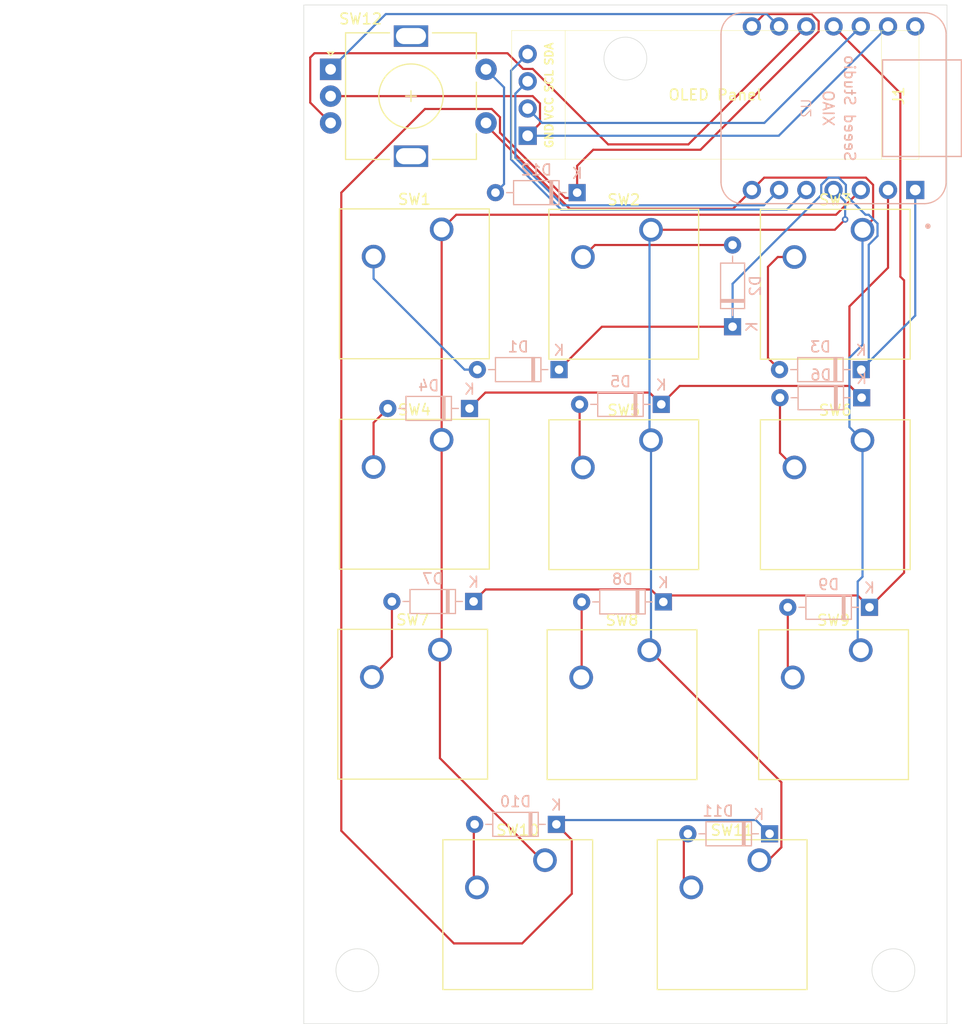
<source format=kicad_pcb>
(kicad_pcb (version 20240108) (generator "pcbnew") (generator_version "8.0")
  (layers (0 "F.Cu" signal) (31 "B.Cu" signal) (34 "B.Paste" user) (35 "F.Paste" user) (36 "B.SilkS" user "B.Silkscreen") (37 "F.SilkS" user "F.Silkscreen") (38 "B.Mask" user) (39 "F.Mask" user) (44 "Edge.Cuts" user))
  (net 0 "")
  (net 1 "Col2")
  (net 2 "Net-(D1-A)")
  (net 3 "Row2")
  (net 4 "Col0")
  (net 5 "Net-(D2-A)")
  (net 6 "Net-(D3-A)")
  (net 7 "Net-(D4-A)")
  (net 8 "Net-(D5-A)")
  (net 9 "Net-(D6-A)")
  (net 10 "Net-(D7-A)")
  (net 11 "Net-(D8-A)")
  (net 12 "Net-(D9-A)")
  (net 13 "Net-(D10-A)")
  (net 14 "Net-(D11-A)")
  (net 15 "SDA")
  (net 16 "SCL")
  (net 17 "+3.3V")
  (net 18 "GND")
  (net 19 "Net-(D12-A)")
  (net 20 "Col1")
  (net 21 "ENC2")
  (net 22 "ENC1")
  (net 23 "+5V")
  (net 24 "Row0")
  (net 25 "Row1")
  (net 26 "Row3")
  (footprint "Button_Switch_Keyboard:SW_Cherry_MX_1.00u_PCB" (layer "F.Cu") (at 171.96 100.16)
    (property "Reference" "SW9" (at -2.54 -2.794 0) (layer "F.SilkS"))
    (property "Value" "SW_Push")
    (fp_line (start -9.525 -1.905) (end 4.445 -1.905) (stroke (width 0.12)) (layer "F.SilkS"))
    (fp_line (start -9.525 12.065) (end -9.525 -1.905) (stroke (width 0.12)) (layer "F.SilkS"))
    (fp_line (start 4.445 -1.905) (end 4.445 12.065) (stroke (width 0.12)) (layer "F.SilkS"))
    (fp_line (start 4.445 12.065) (end -9.525 12.065) (stroke (width 0.12)) (layer "F.SilkS"))
    (pad "" np_thru_hole circle (at -7.62 5.08) (size 1.7 1.7) (drill 1.7) (layers "*.Cu" "*.Mask"))
    (pad "" np_thru_hole circle (at -2.54 5.08) (size 4 4) (drill 4) (layers "*.Cu" "*.Mask"))
    (pad "" np_thru_hole circle (at 2.54 5.08) (size 1.7 1.7) (drill 1.7) (layers "*.Cu" "*.Mask"))
    (pad "1" thru_hole circle (at 0 0) (size 2.2 2.2) (drill 1.5) (layers "*.Cu" "*.Mask") (net 1 "Col2"))
    (pad "2" thru_hole circle (at -6.35 2.54) (size 2.2 2.2) (drill 1.5) (layers "*.Cu" "*.Mask") (net 12 "Net-(D9-A)"))
  )
  (footprint "KiCad-SSD1306-0.91-OLED-4pin-128x32.pretty-master:SSD1306-0.91-OLED-4pin-128x32" (layer "F.Cu") (at 177.385 54.385 180)
    (property "Reference" "J1" (at 1.9 5.91 90) (layer "F.SilkS"))
    (property "Value" "OLED")
    (fp_line (start 38 12) (end 38 0) (stroke (width 0.04)) (layer "F.SilkS"))
    (fp_line (start 38 0) (end 0 0) (stroke (width 0.04)) (layer "F.SilkS"))
    (fp_line (start 33 0) (end 33 12) (stroke (width 0.04)) (layer "F.SilkS"))
    (fp_line (start 3.5 0) (end 3.5 12) (stroke (width 0.04)) (layer "F.SilkS"))
    (fp_line (start 0 12) (end 38 12) (stroke (width 0.04)) (layer "F.SilkS"))
    (fp_line (start 0 0) (end 0 12) (stroke (width 0.04)) (layer "F.SilkS"))
    (fp_text user "SCL" (at 34.5 7.27 90) (layer "F.SilkS") (effects (font (size 0.75 0.75))))
    (fp_text user "VCC" (at 34.5 4.73 90) (layer "F.SilkS") (effects (font (size 0.75 0.75))))
    (fp_text user "GND" (at 34.5 2.19 90) (layer "F.SilkS") (effects (font (size 0.75 0.75))))
    (fp_text user "OLED Panel" (at 19 6 0) (layer "F.SilkS"))
    (fp_text user "SDA" (at 34.5 9.81 90) (layer "F.SilkS") (effects (font (size 0.75 0.75))))
    (pad "1" thru_hole rect (at 36.5 2.19 180) (size 1.7 1.7) (drill 1) (layers "*.Cu" "*.Mask") (net 18 "GND"))
    (pad "2" thru_hole oval (at 36.5 4.73 180) (size 1.7 1.7) (drill 1) (layers "*.Cu" "*.Mask") (net 17 "+3.3V"))
    (pad "3" thru_hole oval (at 36.5 7.27 180) (size 1.7 1.7) (drill 1) (layers "*.Cu" "*.Mask") (net 16 "SCL"))
    (pad "4" thru_hole oval (at 36.5 9.81 180) (size 1.7 1.7) (drill 1) (layers "*.Cu" "*.Mask") (net 15 "SDA"))
  )
  (footprint "Button_Switch_Keyboard:SW_Cherry_MX_1.00u_PCB" (layer "F.Cu") (at 172.12 80.58)
    (property "Reference" "SW6" (at -2.54 -2.794 0) (layer "F.SilkS"))
    (property "Value" "SW_Push")
    (fp_line (start -9.525 -1.905) (end 4.445 -1.905) (stroke (width 0.12)) (layer "F.SilkS"))
    (fp_line (start -9.525 12.065) (end -9.525 -1.905) (stroke (width 0.12)) (layer "F.SilkS"))
    (fp_line (start 4.445 -1.905) (end 4.445 12.065) (stroke (width 0.12)) (layer "F.SilkS"))
    (fp_line (start 4.445 12.065) (end -9.525 12.065) (stroke (width 0.12)) (layer "F.SilkS"))
    (pad "" np_thru_hole circle (at -7.62 5.08) (size 1.7 1.7) (drill 1.7) (layers "*.Cu" "*.Mask"))
    (pad "" np_thru_hole circle (at -2.54 5.08) (size 4 4) (drill 4) (layers "*.Cu" "*.Mask"))
    (pad "" np_thru_hole circle (at 2.54 5.08) (size 1.7 1.7) (drill 1.7) (layers "*.Cu" "*.Mask"))
    (pad "1" thru_hole circle (at 0 0) (size 2.2 2.2) (drill 1.5) (layers "*.Cu" "*.Mask") (net 1 "Col2"))
    (pad "2" thru_hole circle (at -6.35 2.54) (size 2.2 2.2) (drill 1.5) (layers "*.Cu" "*.Mask") (net 9 "Net-(D6-A)"))
  )
  (footprint "Button_Switch_Keyboard:SW_Cherry_MX_1.00u_PCB" (layer "F.Cu") (at 152.39 80.58)
    (property "Reference" "SW5" (at -2.54 -2.794 0) (layer "F.SilkS"))
    (property "Value" "SW_Push")
    (fp_line (start -9.525 -1.905) (end 4.445 -1.905) (stroke (width 0.12)) (layer "F.SilkS"))
    (fp_line (start -9.525 12.065) (end -9.525 -1.905) (stroke (width 0.12)) (layer "F.SilkS"))
    (fp_line (start 4.445 -1.905) (end 4.445 12.065) (stroke (width 0.12)) (layer "F.SilkS"))
    (fp_line (start 4.445 12.065) (end -9.525 12.065) (stroke (width 0.12)) (layer "F.SilkS"))
    (pad "" np_thru_hole circle (at -7.62 5.08) (size 1.7 1.7) (drill 1.7) (layers "*.Cu" "*.Mask"))
    (pad "" np_thru_hole circle (at -2.54 5.08) (size 4 4) (drill 4) (layers "*.Cu" "*.Mask"))
    (pad "" np_thru_hole circle (at 2.54 5.08) (size 1.7 1.7) (drill 1.7) (layers "*.Cu" "*.Mask"))
    (pad "1" thru_hole circle (at 0 0) (size 2.2 2.2) (drill 1.5) (layers "*.Cu" "*.Mask") (net 20 "Col1"))
    (pad "2" thru_hole circle (at -6.35 2.54) (size 2.2 2.2) (drill 1.5) (layers "*.Cu" "*.Mask") (net 8 "Net-(D5-A)"))
  )
  (footprint "Button_Switch_Keyboard:SW_Cherry_MX_1.00u_PCB" (layer "F.Cu") (at 142.5 119.74)
    (property "Reference" "SW10" (at -2.54 -2.794 0) (layer "F.SilkS"))
    (property "Value" "SW_Push")
    (fp_line (start -9.525 -1.905) (end 4.445 -1.905) (stroke (width 0.12)) (layer "F.SilkS"))
    (fp_line (start -9.525 12.065) (end -9.525 -1.905) (stroke (width 0.12)) (layer "F.SilkS"))
    (fp_line (start 4.445 -1.905) (end 4.445 12.065) (stroke (width 0.12)) (layer "F.SilkS"))
    (fp_line (start 4.445 12.065) (end -9.525 12.065) (stroke (width 0.12)) (layer "F.SilkS"))
    (pad "" np_thru_hole circle (at -7.62 5.08) (size 1.7 1.7) (drill 1.7) (layers "*.Cu" "*.Mask"))
    (pad "" np_thru_hole circle (at -2.54 5.08) (size 4 4) (drill 4) (layers "*.Cu" "*.Mask"))
    (pad "" np_thru_hole circle (at 2.54 5.08) (size 1.7 1.7) (drill 1.7) (layers "*.Cu" "*.Mask"))
    (pad "1" thru_hole circle (at 0 0) (size 2.2 2.2) (drill 1.5) (layers "*.Cu" "*.Mask") (net 4 "Col0"))
    (pad "2" thru_hole circle (at -6.35 2.54) (size 2.2 2.2) (drill 1.5) (layers "*.Cu" "*.Mask") (net 13 "Net-(D10-A)"))
  )
  (footprint "Button_Switch_Keyboard:SW_Cherry_MX_1.00u_PCB" (layer "F.Cu") (at 132.86 80.54)
    (property "Reference" "SW4" (at -2.54 -2.794 0) (layer "F.SilkS"))
    (property "Value" "SW_Push")
    (fp_line (start -9.525 -1.905) (end 4.445 -1.905) (stroke (width 0.12)) (layer "F.SilkS"))
    (fp_line (start -9.525 12.065) (end -9.525 -1.905) (stroke (width 0.12)) (layer "F.SilkS"))
    (fp_line (start 4.445 -1.905) (end 4.445 12.065) (stroke (width 0.12)) (layer "F.SilkS"))
    (fp_line (start 4.445 12.065) (end -9.525 12.065) (stroke (width 0.12)) (layer "F.SilkS"))
    (pad "" np_thru_hole circle (at -7.62 5.08) (size 1.7 1.7) (drill 1.7) (layers "*.Cu" "*.Mask"))
    (pad "" np_thru_hole circle (at -2.54 5.08) (size 4 4) (drill 4) (layers "*.Cu" "*.Mask"))
    (pad "" np_thru_hole circle (at 2.54 5.08) (size 1.7 1.7) (drill 1.7) (layers "*.Cu" "*.Mask"))
    (pad "1" thru_hole circle (at 0 0) (size 2.2 2.2) (drill 1.5) (layers "*.Cu" "*.Mask") (net 4 "Col0"))
    (pad "2" thru_hole circle (at -6.35 2.54) (size 2.2 2.2) (drill 1.5) (layers "*.Cu" "*.Mask") (net 7 "Net-(D4-A)"))
  )
  (footprint "Button_Switch_Keyboard:SW_Cherry_MX_1.00u_PCB" (layer "F.Cu") (at 172.12 60.96)
    (property "Reference" "SW3" (at -2.54 -2.794 0) (layer "F.SilkS"))
    (property "Value" "SW_Push")
    (fp_line (start -9.525 -1.905) (end 4.445 -1.905) (stroke (width 0.12)) (layer "F.SilkS"))
    (fp_line (start -9.525 12.065) (end -9.525 -1.905) (stroke (width 0.12)) (layer "F.SilkS"))
    (fp_line (start 4.445 -1.905) (end 4.445 12.065) (stroke (width 0.12)) (layer "F.SilkS"))
    (fp_line (start 4.445 12.065) (end -9.525 12.065) (stroke (width 0.12)) (layer "F.SilkS"))
    (pad "" np_thru_hole circle (at -7.62 5.08) (size 1.7 1.7) (drill 1.7) (layers "*.Cu" "*.Mask"))
    (pad "" np_thru_hole circle (at -2.54 5.08) (size 4 4) (drill 4) (layers "*.Cu" "*.Mask"))
    (pad "" np_thru_hole circle (at 2.54 5.08) (size 1.7 1.7) (drill 1.7) (layers "*.Cu" "*.Mask"))
    (pad "1" thru_hole circle (at 0 0) (size 2.2 2.2) (drill 1.5) (layers "*.Cu" "*.Mask") (net 1 "Col2"))
    (pad "2" thru_hole circle (at -6.35 2.54) (size 2.2 2.2) (drill 1.5) (layers "*.Cu" "*.Mask") (net 6 "Net-(D3-A)"))
  )
  (footprint "Button_Switch_Keyboard:SW_Cherry_MX_1.00u_PCB" (layer "F.Cu") (at 132.86 60.92)
    (property "Reference" "SW1" (at -2.54 -2.794 0) (layer "F.SilkS"))
    (property "Value" "SW_Push")
    (fp_line (start -9.525 -1.905) (end 4.445 -1.905) (stroke (width 0.12)) (layer "F.SilkS"))
    (fp_line (start -9.525 12.065) (end -9.525 -1.905) (stroke (width 0.12)) (layer "F.SilkS"))
    (fp_line (start 4.445 -1.905) (end 4.445 12.065) (stroke (width 0.12)) (layer "F.SilkS"))
    (fp_line (start 4.445 12.065) (end -9.525 12.065) (stroke (width 0.12)) (layer "F.SilkS"))
    (pad "" np_thru_hole circle (at -7.62 5.08) (size 1.7 1.7) (drill 1.7) (layers "*.Cu" "*.Mask"))
    (pad "" np_thru_hole circle (at -2.54 5.08) (size 4 4) (drill 4) (layers "*.Cu" "*.Mask"))
    (pad "" np_thru_hole circle (at 2.54 5.08) (size 1.7 1.7) (drill 1.7) (layers "*.Cu" "*.Mask"))
    (pad "1" thru_hole circle (at 0 0) (size 2.2 2.2) (drill 1.5) (layers "*.Cu" "*.Mask") (net 4 "Col0"))
    (pad "2" thru_hole circle (at -6.35 2.54) (size 2.2 2.2) (drill 1.5) (layers "*.Cu" "*.Mask") (net 2 "Net-(D1-A)"))
  )
  (footprint "Button_Switch_Keyboard:SW_Cherry_MX_1.00u_PCB" (layer "F.Cu") (at 132.7 100.12)
    (property "Reference" "SW7" (at -2.54 -2.794 0) (layer "F.SilkS"))
    (property "Value" "SW_Push")
    (fp_line (start -9.525 -1.905) (end 4.445 -1.905) (stroke (width 0.12)) (layer "F.SilkS"))
    (fp_line (start -9.525 12.065) (end -9.525 -1.905) (stroke (width 0.12)) (layer "F.SilkS"))
    (fp_line (start 4.445 -1.905) (end 4.445 12.065) (stroke (width 0.12)) (layer "F.SilkS"))
    (fp_line (start 4.445 12.065) (end -9.525 12.065) (stroke (width 0.12)) (layer "F.SilkS"))
    (pad "" np_thru_hole circle (at -7.62 5.08) (size 1.7 1.7) (drill 1.7) (layers "*.Cu" "*.Mask"))
    (pad "" np_thru_hole circle (at -2.54 5.08) (size 4 4) (drill 4) (layers "*.Cu" "*.Mask"))
    (pad "" np_thru_hole circle (at 2.54 5.08) (size 1.7 1.7) (drill 1.7) (layers "*.Cu" "*.Mask"))
    (pad "1" thru_hole circle (at 0 0) (size 2.2 2.2) (drill 1.5) (layers "*.Cu" "*.Mask") (net 4 "Col0"))
    (pad "2" thru_hole circle (at -6.35 2.54) (size 2.2 2.2) (drill 1.5) (layers "*.Cu" "*.Mask") (net 10 "Net-(D7-A)"))
  )
  (footprint "Button_Switch_Keyboard:SW_Cherry_MX_1.00u_PCB" (layer "F.Cu") (at 152.39 60.96)
    (property "Reference" "SW2" (at -2.54 -2.794 0) (layer "F.SilkS"))
    (property "Value" "SW_Push")
    (fp_line (start -9.525 -1.905) (end 4.445 -1.905) (stroke (width 0.12)) (layer "F.SilkS"))
    (fp_line (start -9.525 12.065) (end -9.525 -1.905) (stroke (width 0.12)) (layer "F.SilkS"))
    (fp_line (start 4.445 -1.905) (end 4.445 12.065) (stroke (width 0.12)) (layer "F.SilkS"))
    (fp_line (start 4.445 12.065) (end -9.525 12.065) (stroke (width 0.12)) (layer "F.SilkS"))
    (pad "" np_thru_hole circle (at -7.62 5.08) (size 1.7 1.7) (drill 1.7) (layers "*.Cu" "*.Mask"))
    (pad "" np_thru_hole circle (at -2.54 5.08) (size 4 4) (drill 4) (layers "*.Cu" "*.Mask"))
    (pad "" np_thru_hole circle (at 2.54 5.08) (size 1.7 1.7) (drill 1.7) (layers "*.Cu" "*.Mask"))
    (pad "1" thru_hole circle (at 0 0) (size 2.2 2.2) (drill 1.5) (layers "*.Cu" "*.Mask") (net 20 "Col1"))
    (pad "2" thru_hole circle (at -6.35 2.54) (size 2.2 2.2) (drill 1.5) (layers "*.Cu" "*.Mask") (net 5 "Net-(D2-A)"))
  )
  (footprint "Button_Switch_Keyboard:SW_Cherry_MX_1.00u_PCB" (layer "F.Cu") (at 152.23 100.16)
    (property "Reference" "SW8" (at -2.54 -2.794 0) (layer "F.SilkS"))
    (property "Value" "SW_Push")
    (fp_line (start -9.525 -1.905) (end 4.445 -1.905) (stroke (width 0.12)) (layer "F.SilkS"))
    (fp_line (start -9.525 12.065) (end -9.525 -1.905) (stroke (width 0.12)) (layer "F.SilkS"))
    (fp_line (start 4.445 -1.905) (end 4.445 12.065) (stroke (width 0.12)) (layer "F.SilkS"))
    (fp_line (start 4.445 12.065) (end -9.525 12.065) (stroke (width 0.12)) (layer "F.SilkS"))
    (pad "" np_thru_hole circle (at -7.62 5.08) (size 1.7 1.7) (drill 1.7) (layers "*.Cu" "*.Mask"))
    (pad "" np_thru_hole circle (at -2.54 5.08) (size 4 4) (drill 4) (layers "*.Cu" "*.Mask"))
    (pad "" np_thru_hole circle (at 2.54 5.08) (size 1.7 1.7) (drill 1.7) (layers "*.Cu" "*.Mask"))
    (pad "1" thru_hole circle (at 0 0) (size 2.2 2.2) (drill 1.5) (layers "*.Cu" "*.Mask") (net 20 "Col1"))
    (pad "2" thru_hole circle (at -6.35 2.54) (size 2.2 2.2) (drill 1.5) (layers "*.Cu" "*.Mask") (net 11 "Net-(D8-A)"))
  )
  (footprint "Rotary_Encoder:RotaryEncoder_Alps_EC11E-Switch_Vertical_H20mm" (layer "F.Cu") (at 122.5 46)
    (property "Reference" "SW12" (at 2.8 -4.7 0) (layer "F.SilkS"))
    (property "Value" "RotaryEncoder_Switch")
    (fp_line (start -0.3 -1.6) (end 0.3 -1.6) (stroke (width 0.12)) (layer "F.SilkS"))
    (fp_line (start 0 -1.3) (end -0.3 -1.6) (stroke (width 0.12)) (layer "F.SilkS"))
    (fp_line (start 0.3 -1.6) (end 0 -1.3) (stroke (width 0.12)) (layer "F.SilkS"))
    (fp_line (start 1.4 -3.4) (end 1.4 8.4) (stroke (width 0.12)) (layer "F.SilkS"))
    (fp_line (start 5.5 -3.4) (end 1.4 -3.4) (stroke (width 0.12)) (layer "F.SilkS"))
    (fp_line (start 5.5 8.4) (end 1.4 8.4) (stroke (width 0.12)) (layer "F.SilkS"))
    (fp_line (start 7 2.5) (end 8 2.5) (stroke (width 0.12)) (layer "F.SilkS"))
    (fp_line (start 7.5 2) (end 7.5 3) (stroke (width 0.12)) (layer "F.SilkS"))
    (fp_line (start 9.5 -3.4) (end 13.6 -3.4) (stroke (width 0.12)) (layer "F.SilkS"))
    (fp_line (start 13.6 -3.4) (end 13.6 -1) (stroke (width 0.12)) (layer "F.SilkS"))
    (fp_line (start 13.6 1.2) (end 13.6 3.8) (stroke (width 0.12)) (layer "F.SilkS"))
    (fp_line (start 13.6 6) (end 13.6 8.4) (stroke (width 0.12)) (layer "F.SilkS"))
    (fp_line (start 13.6 8.4) (end 9.5 8.4) (stroke (width 0.12)) (layer "F.SilkS"))
    (fp_circle (center 7.5 2.5) (end 10.5 2.5) (stroke (width 0.12)) (fill none) (layer "F.SilkS"))
    (pad "A" thru_hole rect (at 0 0) (size 2 2) (drill 1) (layers "*.Cu" "*.Mask") (net 22 "ENC1"))
    (pad "B" thru_hole circle (at 0 5) (size 2 2) (drill 1) (layers "*.Cu" "*.Mask") (net 21 "ENC2"))
    (pad "C" thru_hole circle (at 0 2.5) (size 2 2) (drill 1) (layers "*.Cu" "*.Mask") (net 18 "GND"))
    (pad "MP" thru_hole rect (at 7.5 -3.1) (size 3.2 2) (drill oval 2.8 1.5) (layers "*.Cu" "*.Mask"))
    (pad "MP" thru_hole rect (at 7.5 8.1) (size 3.2 2) (drill oval 2.8 1.5) (layers "*.Cu" "*.Mask"))
    (pad "S1" thru_hole circle (at 14.5 5) (size 2 2) (drill 1) (layers "*.Cu" "*.Mask") (net 1 "Col2"))
    (pad "S2" thru_hole circle (at 14.5 0) (size 2 2) (drill 1) (layers "*.Cu" "*.Mask") (net 19 "Net-(D12-A)"))
  )
  (footprint "Button_Switch_Keyboard:SW_Cherry_MX_1.00u_PCB" (layer "F.Cu") (at 162.5 119.74)
    (property "Reference" "SW11" (at -2.54 -2.794 0) (layer "F.SilkS"))
    (property "Value" "SW_Push")
    (fp_line (start -9.525 -1.905) (end 4.445 -1.905) (stroke (width 0.12)) (layer "F.SilkS"))
    (fp_line (start -9.525 12.065) (end -9.525 -1.905) (stroke (width 0.12)) (layer "F.SilkS"))
    (fp_line (start 4.445 -1.905) (end 4.445 12.065) (stroke (width 0.12)) (layer "F.SilkS"))
    (fp_line (start 4.445 12.065) (end -9.525 12.065) (stroke (width 0.12)) (layer "F.SilkS"))
    (pad "" np_thru_hole circle (at -7.62 5.08) (size 1.7 1.7) (drill 1.7) (layers "*.Cu" "*.Mask"))
    (pad "" np_thru_hole circle (at -2.54 5.08) (size 4 4) (drill 4) (layers "*.Cu" "*.Mask"))
    (pad "" np_thru_hole circle (at 2.54 5.08) (size 1.7 1.7) (drill 1.7) (layers "*.Cu" "*.Mask"))
    (pad "1" thru_hole circle (at 0 0) (size 2.2 2.2) (drill 1.5) (layers "*.Cu" "*.Mask") (net 20 "Col1"))
    (pad "2" thru_hole circle (at -6.35 2.54) (size 2.2 2.2) (drill 1.5) (layers "*.Cu" "*.Mask") (net 14 "Net-(D11-A)"))
  )
  (footprint "Diode_THT:D_DO-35_SOD27_P7.62mm_Horizontal" (layer "B.Cu") (at 153.54 95.66 180)
    (property "Reference" "D8" (at 3.81 2.12 0) (layer "B.SilkS") (effects (justify mirror)))
    (property "Value" "D")
    (fp_line (start 5.93 1.12) (end 5.93 -1.12) (stroke (width 0.12)) (layer "B.SilkS"))
    (fp_line (start 5.93 0) (end 6.58 0) (stroke (width 0.12)) (layer "B.SilkS"))
    (fp_line (start 5.93 -1.12) (end 1.69 -1.12) (stroke (width 0.12)) (layer "B.SilkS"))
    (fp_line (start 2.53 -1.12) (end 2.53 1.12) (stroke (width 0.12)) (layer "B.SilkS"))
    (fp_line (start 2.41 -1.12) (end 2.41 1.12) (stroke (width 0.12)) (layer "B.SilkS"))
    (fp_line (start 2.29 -1.12) (end 2.29 1.12) (stroke (width 0.12)) (layer "B.SilkS"))
    (fp_line (start 1.69 1.12) (end 5.93 1.12) (stroke (width 0.12)) (layer "B.SilkS"))
    (fp_line (start 1.69 0) (end 1.04 0) (stroke (width 0.12)) (layer "B.SilkS"))
    (fp_line (start 1.69 -1.12) (end 1.69 1.12) (stroke (width 0.12)) (layer "B.SilkS"))
    (fp_text user "K" (at 0 1.8 0) (layer "B.SilkS") (effects (justify mirror)))
    (pad "1" thru_hole rect (at 0 0 180) (size 1.6 1.6) (drill 0.8) (layers "*.Cu" "*.Mask") (net 3 "Row2"))
    (pad "2" thru_hole oval (at 7.62 0 180) (size 1.6 1.6) (drill 0.8) (layers "*.Cu" "*.Mask") (net 11 "Net-(D8-A)"))
  )
  (footprint "Diode_THT:D_DO-35_SOD27_P7.62mm_Horizontal" (layer "B.Cu") (at 172.04 76.62 180)
    (property "Reference" "D6" (at 3.81 2.12 0) (layer "B.SilkS") (effects (justify mirror)))
    (property "Value" "D")
    (fp_line (start 5.93 1.12) (end 5.93 -1.12) (stroke (width 0.12)) (layer "B.SilkS"))
    (fp_line (start 5.93 0) (end 6.58 0) (stroke (width 0.12)) (layer "B.SilkS"))
    (fp_line (start 5.93 -1.12) (end 1.69 -1.12) (stroke (width 0.12)) (layer "B.SilkS"))
    (fp_line (start 2.53 -1.12) (end 2.53 1.12) (stroke (width 0.12)) (layer "B.SilkS"))
    (fp_line (start 2.41 -1.12) (end 2.41 1.12) (stroke (width 0.12)) (layer "B.SilkS"))
    (fp_line (start 2.29 -1.12) (end 2.29 1.12) (stroke (width 0.12)) (layer "B.SilkS"))
    (fp_line (start 1.69 1.12) (end 5.93 1.12) (stroke (width 0.12)) (layer "B.SilkS"))
    (fp_line (start 1.69 0) (end 1.04 0) (stroke (width 0.12)) (layer "B.SilkS"))
    (fp_line (start 1.69 -1.12) (end 1.69 1.12) (stroke (width 0.12)) (layer "B.SilkS"))
    (fp_text user "K" (at 0 1.8 0) (layer "B.SilkS") (effects (justify mirror)))
    (pad "1" thru_hole rect (at 0 0 180) (size 1.6 1.6) (drill 0.8) (layers "*.Cu" "*.Mask") (net 25 "Row1"))
    (pad "2" thru_hole oval (at 7.62 0 180) (size 1.6 1.6) (drill 0.8) (layers "*.Cu" "*.Mask") (net 9 "Net-(D6-A)"))
  )
  (footprint "Diode_THT:D_DO-35_SOD27_P7.62mm_Horizontal" (layer "B.Cu") (at 172 74 180)
    (property "Reference" "D3" (at 3.81 2.12 0) (layer "B.SilkS") (effects (justify mirror)))
    (property "Value" "D")
    (fp_line (start 5.93 1.12) (end 5.93 -1.12) (stroke (width 0.12)) (layer "B.SilkS"))
    (fp_line (start 5.93 0) (end 6.58 0) (stroke (width 0.12)) (layer "B.SilkS"))
    (fp_line (start 5.93 -1.12) (end 1.69 -1.12) (stroke (width 0.12)) (layer "B.SilkS"))
    (fp_line (start 2.53 -1.12) (end 2.53 1.12) (stroke (width 0.12)) (layer "B.SilkS"))
    (fp_line (start 2.41 -1.12) (end 2.41 1.12) (stroke (width 0.12)) (layer "B.SilkS"))
    (fp_line (start 2.29 -1.12) (end 2.29 1.12) (stroke (width 0.12)) (layer "B.SilkS"))
    (fp_line (start 1.69 1.12) (end 5.93 1.12) (stroke (width 0.12)) (layer "B.SilkS"))
    (fp_line (start 1.69 0) (end 1.04 0) (stroke (width 0.12)) (layer "B.SilkS"))
    (fp_line (start 1.69 -1.12) (end 1.69 1.12) (stroke (width 0.12)) (layer "B.SilkS"))
    (fp_text user "K" (at 0 1.8 0) (layer "B.SilkS") (effects (justify mirror)))
    (pad "1" thru_hole rect (at 0 0 180) (size 1.6 1.6) (drill 0.8) (layers "*.Cu" "*.Mask") (net 24 "Row0"))
    (pad "2" thru_hole oval (at 7.62 0 180) (size 1.6 1.6) (drill 0.8) (layers "*.Cu" "*.Mask") (net 6 "Net-(D3-A)"))
  )
  (footprint "Diode_THT:D_DO-35_SOD27_P7.62mm_Horizontal" (layer "B.Cu") (at 160 70 90)
    (property "Reference" "D2" (at 3.81 2.12 90) (layer "B.SilkS") (effects (justify mirror)))
    (property "Value" "D")
    (fp_line (start 5.93 -1.12) (end 1.69 -1.12) (stroke (width 0.12)) (layer "B.SilkS"))
    (fp_line (start 2.53 -1.12) (end 2.53 1.12) (stroke (width 0.12)) (layer "B.SilkS"))
    (fp_line (start 2.41 -1.12) (end 2.41 1.12) (stroke (width 0.12)) (layer "B.SilkS"))
    (fp_line (start 2.29 -1.12) (end 2.29 1.12) (stroke (width 0.12)) (layer "B.SilkS"))
    (fp_line (start 1.69 -1.12) (end 1.69 1.12) (stroke (width 0.12)) (layer "B.SilkS"))
    (fp_line (start 5.93 0) (end 6.58 0) (stroke (width 0.12)) (layer "B.SilkS"))
    (fp_line (start 1.69 0) (end 1.04 0) (stroke (width 0.12)) (layer "B.SilkS"))
    (fp_line (start 5.93 1.12) (end 5.93 -1.12) (stroke (width 0.12)) (layer "B.SilkS"))
    (fp_line (start 1.69 1.12) (end 5.93 1.12) (stroke (width 0.12)) (layer "B.SilkS"))
    (fp_text user "K" (at 0 1.8 90) (layer "B.SilkS") (effects (justify mirror)))
    (pad "1" thru_hole rect (at 0 0 90) (size 1.6 1.6) (drill 0.8) (layers "*.Cu" "*.Mask") (net 24 "Row0"))
    (pad "2" thru_hole oval (at 7.62 0 90) (size 1.6 1.6) (drill 0.8) (layers "*.Cu" "*.Mask") (net 5 "Net-(D2-A)"))
  )
  (footprint "Diode_THT:D_DO-35_SOD27_P7.62mm_Horizontal" (layer "B.Cu") (at 135.84 95.62 180)
    (property "Reference" "D7" (at 3.81 2.12 0) (layer "B.SilkS") (effects (justify mirror)))
    (property "Value" "D")
    (fp_line (start 5.93 1.12) (end 5.93 -1.12) (stroke (width 0.12)) (layer "B.SilkS"))
    (fp_line (start 5.93 0) (end 6.58 0) (stroke (width 0.12)) (layer "B.SilkS"))
    (fp_line (start 5.93 -1.12) (end 1.69 -1.12) (stroke (width 0.12)) (layer "B.SilkS"))
    (fp_line (start 2.53 -1.12) (end 2.53 1.12) (stroke (width 0.12)) (layer "B.SilkS"))
    (fp_line (start 2.41 -1.12) (end 2.41 1.12) (stroke (width 0.12)) (layer "B.SilkS"))
    (fp_line (start 2.29 -1.12) (end 2.29 1.12) (stroke (width 0.12)) (layer "B.SilkS"))
    (fp_line (start 1.69 1.12) (end 5.93 1.12) (stroke (width 0.12)) (layer "B.SilkS"))
    (fp_line (start 1.69 0) (end 1.04 0) (stroke (width 0.12)) (layer "B.SilkS"))
    (fp_line (start 1.69 -1.12) (end 1.69 1.12) (stroke (width 0.12)) (layer "B.SilkS"))
    (fp_text user "K" (at 0 1.8 0) (layer "B.SilkS") (effects (justify mirror)))
    (pad "1" thru_hole rect (at 0 0 180) (size 1.6 1.6) (drill 0.8) (layers "*.Cu" "*.Mask") (net 3 "Row2"))
    (pad "2" thru_hole oval (at 7.62 0 180) (size 1.6 1.6) (drill 0.8) (layers "*.Cu" "*.Mask") (net 10 "Net-(D7-A)"))
  )
  (footprint "Seeed Studio XIAO Series Library:XIAO-Generic-Thruhole-14P-2.54-21X17.8MM" (layer "B.Cu") (at 169.42 49.625 90)
    (property "Reference" "U2" (at 0 -2.54 90) (layer "B.SilkS") (effects (font (size 0.889 0.889) (thickness 0.1016)) (justify mirror)))
    (property "Value" "MOUDLE-SEEEDUINO-XIAO" (hide yes))
    (fp_line (start 6.9 -10.5) (end -6.9 -10.5) (stroke (width 0.127)) (layer "B.SilkS"))
    (fp_line (start -8.9 -8.5) (end -8.9 8.5) (stroke (width 0.127)) (layer "B.SilkS"))
    (fp_line (start 4.5 4.57073) (end 4.5 11.92403) (stroke (width 0.127)) (layer "B.SilkS"))
    (fp_line (start -4.5 4.57073) (end 4.5 4.57073) (stroke (width 0.127)) (layer "B.SilkS"))
    (fp_line (start 8.9 8.5) (end 8.9 -8.5) (stroke (width 0.127)) (layer "B.SilkS"))
    (fp_line (start -6.9 10.49909) (end 6.9 10.49909) (stroke (width 0.127)) (layer "B.SilkS"))
    (fp_line (start 4.5 11.92403) (end -4.5 11.92403) (stroke (width 0.127)) (layer "B.SilkS"))
    (fp_line (start -4.5 11.92403) (end -4.5 4.57073) (stroke (width 0.127)) (layer "B.SilkS"))
    (fp_arc (start 6.9 -10.5) (mid 8.314214 -9.914214) (end 8.9 -8.5) (stroke (width 0.12)) (layer "B.SilkS"))
    (fp_arc (start -8.9 -8.5) (mid -8.301423 -9.901423) (end -6.9 -10.5) (stroke (width 0.12)) (layer "B.SilkS"))
    (fp_arc (start 8.9 8.5) (mid 8.301494 9.901494) (end 6.9 10.5) (stroke (width 0.12)) (layer "B.SilkS"))
    (fp_arc (start -6.9 10.5) (mid -8.301491 9.901491) (end -8.9 8.5) (stroke (width 0.12)) (layer "B.SilkS"))
    (fp_circle (center -11 8.8) (end -11 9.054) (fill solid) (layer "B.SilkS"))
    (fp_poly (pts (xy -8.887715 8.561705) (xy -8.884667 8.610473) (xy -8.880603 8.659494)) (stroke (width 0.0254)) (fill none) (layer "B.SilkS"))
    (fp_poly (pts (xy 8.889492 -8.521574) (xy 8.887713 -8.57085) (xy 8.884665 -8.619618) (xy 8.880601 -8.668639) (xy 8.875268 -8.717407) (xy 8.868664 -8.766175) (xy 8.861044 -8.81469) (xy 8.852153 -8.86295) (xy 8.842248 -8.910955)) (stroke (width 0.0254)) (fill none) (layer "B.SilkS"))
    (fp_text user "Seeed Studio" (at 0 1.5 -90) (layer "B.SilkS") (effects (justify mirror)))
    (fp_text user "XIAO" (at 0 -0.5 -90) (layer "B.SilkS") (effects (justify mirror)))
    (pad "1" thru_hole rect (at -7.625 7.62 90) (size 1.7 1.7) (drill 1) (layers "*.Cu" "*.Mask") (net 24 "Row0"))
    (pad "2" thru_hole circle (at -7.625 5.08 90) (size 1.7 1.7) (drill 1) (layers "*.Cu" "*.Mask") (net 25 "Row1"))
    (pad "3" thru_hole circle (at -7.625 2.54 90) (size 1.7 1.7) (drill 1) (layers "*.Cu" "*.Mask") (net 4 "Col0"))
    (pad "4" thru_hole circle (at -7.625 0 90) (size 1.7 1.7) (drill 1) (layers "*.Cu" "*.Mask") (net 20 "Col1"))
    (pad "5" thru_hole circle (at -7.625 -2.54 90) (size 1.7 1.7) (drill 1) (layers "*.Cu" "*.Mask") (net 15 "SDA"))
    (pad "6" thru_hole circle (at -7.625 -5.08 270) (size 1.7 1.7) (drill 1) (layers "*.Cu" "*.Mask") (net 16 "SCL"))
    (pad "7" thru_hole circle (at -7.625 -7.62 90) (size 1.7 1.7) (drill 1) (layers "*.Cu" "*.Mask") (net 1 "Col2"))
    (pad "8" thru_hole circle (at 7.625 -7.62 90) (size 1.7 1.7) (drill 1) (layers "*.Cu" "*.Mask") (net 26 "Row3"))
    (pad "9" thru_hole circle (at 7.625 -5.08 90) (size 1.7 1.7) (drill 1) (layers "*.Cu" "*.Mask") (net 22 "ENC1"))
    (pad "10" thru_hole circle (at 7.625 -2.54 90) (size 1.7 1.7) (drill 1) (layers "*.Cu" "*.Mask") (net 21 "ENC2"))
    (pad "11" thru_hole circle (at 7.625 0 90) (size 1.7 1.7) (drill 1) (layers "*.Cu" "*.Mask") (net 3 "Row2"))
    (pad "12" thru_hole circle (at 7.625 2.54 90) (size 1.7 1.7) (drill 1) (layers "*.Cu" "*.Mask") (net 17 "+3.3V"))
    (pad "13" thru_hole circle (at 7.625 5.08 90) (size 1.7 1.7) (drill 1) (layers "*.Cu" "*.Mask") (net 18 "GND"))
    (pad "14" thru_hole circle (at 7.625 7.62 90) (size 1.7 1.7) (drill 1) (layers "*.Cu" "*.Mask") (net 23 "+5V"))
  )
  (footprint "Diode_THT:D_DO-35_SOD27_P7.62mm_Horizontal" (layer "B.Cu") (at 143.56 116.4 180)
    (property "Reference" "D10" (at 3.81 2.12 0) (layer "B.SilkS") (effects (justify mirror)))
    (property "Value" "D")
    (fp_line (start 5.93 1.12) (end 5.93 -1.12) (stroke (width 0.12)) (layer "B.SilkS"))
    (fp_line (start 5.93 0) (end 6.58 0) (stroke (width 0.12)) (layer "B.SilkS"))
    (fp_line (start 5.93 -1.12) (end 1.69 -1.12) (stroke (width 0.12)) (layer "B.SilkS"))
    (fp_line (start 2.53 -1.12) (end 2.53 1.12) (stroke (width 0.12)) (layer "B.SilkS"))
    (fp_line (start 2.41 -1.12) (end 2.41 1.12) (stroke (width 0.12)) (layer "B.SilkS"))
    (fp_line (start 2.29 -1.12) (end 2.29 1.12) (stroke (width 0.12)) (layer "B.SilkS"))
    (fp_line (start 1.69 1.12) (end 5.93 1.12) (stroke (width 0.12)) (layer "B.SilkS"))
    (fp_line (start 1.69 0) (end 1.04 0) (stroke (width 0.12)) (layer "B.SilkS"))
    (fp_line (start 1.69 -1.12) (end 1.69 1.12) (stroke (width 0.12)) (layer "B.SilkS"))
    (fp_text user "K" (at 0 1.8 0) (layer "B.SilkS") (effects (justify mirror)))
    (pad "1" thru_hole rect (at 0 0 180) (size 1.6 1.6) (drill 0.8) (layers "*.Cu" "*.Mask") (net 26 "Row3"))
    (pad "2" thru_hole oval (at 7.62 0 180) (size 1.6 1.6) (drill 0.8) (layers "*.Cu" "*.Mask") (net 13 "Net-(D10-A)"))
  )
  (footprint "Diode_THT:D_DO-35_SOD27_P7.62mm_Horizontal" (layer "B.Cu") (at 143.81 74 180)
    (property "Reference" "D1" (at 3.81 2.12 0) (layer "B.SilkS") (effects (justify mirror)))
    (property "Value" "D")
    (fp_line (start 5.93 1.12) (end 5.93 -1.12) (stroke (width 0.12)) (layer "B.SilkS"))
    (fp_line (start 5.93 0) (end 6.58 0) (stroke (width 0.12)) (layer "B.SilkS"))
    (fp_line (start 5.93 -1.12) (end 1.69 -1.12) (stroke (width 0.12)) (layer "B.SilkS"))
    (fp_line (start 2.53 -1.12) (end 2.53 1.12) (stroke (width 0.12)) (layer "B.SilkS"))
    (fp_line (start 2.41 -1.12) (end 2.41 1.12) (stroke (width 0.12)) (layer "B.SilkS"))
    (fp_line (start 2.29 -1.12) (end 2.29 1.12) (stroke (width 0.12)) (layer "B.SilkS"))
    (fp_line (start 1.69 1.12) (end 5.93 1.12) (stroke (width 0.12)) (layer "B.SilkS"))
    (fp_line (start 1.69 0) (end 1.04 0) (stroke (width 0.12)) (layer "B.SilkS"))
    (fp_line (start 1.69 -1.12) (end 1.69 1.12) (stroke (width 0.12)) (layer "B.SilkS"))
    (fp_text user "K" (at 0 1.8 0) (layer "B.SilkS") (effects (justify mirror)))
    (pad "1" thru_hole rect (at 0 0 180) (size 1.6 1.6) (drill 0.8) (layers "*.Cu" "*.Mask") (net 24 "Row0"))
    (pad "2" thru_hole oval (at 7.62 0 180) (size 1.6 1.6) (drill 0.8) (layers "*.Cu" "*.Mask") (net 2 "Net-(D1-A)"))
  )
  (footprint "Diode_THT:D_DO-35_SOD27_P7.62mm_Horizontal" (layer "B.Cu") (at 153.35 77.24 180)
    (property "Reference" "D5" (at 3.81 2.12 0) (layer "B.SilkS") (effects (justify mirror)))
    (property "Value" "D")
    (fp_line (start 5.93 1.12) (end 5.93 -1.12) (stroke (width 0.12)) (layer "B.SilkS"))
    (fp_line (start 5.93 0) (end 6.58 0) (stroke (width 0.12)) (layer "B.SilkS"))
    (fp_line (start 5.93 -1.12) (end 1.69 -1.12) (stroke (width 0.12)) (layer "B.SilkS"))
    (fp_line (start 2.53 -1.12) (end 2.53 1.12) (stroke (width 0.12)) (layer "B.SilkS"))
    (fp_line (start 2.41 -1.12) (end 2.41 1.12) (stroke (width 0.12)) (layer "B.SilkS"))
    (fp_line (start 2.29 -1.12) (end 2.29 1.12) (stroke (width 0.12)) (layer "B.SilkS"))
    (fp_line (start 1.69 1.12) (end 5.93 1.12) (stroke (width 0.12)) (layer "B.SilkS"))
    (fp_line (start 1.69 0) (end 1.04 0) (stroke (width 0.12)) (layer "B.SilkS"))
    (fp_line (start 1.69 -1.12) (end 1.69 1.12) (stroke (width 0.12)) (layer "B.SilkS"))
    (fp_text user "K" (at 0 1.8 0) (layer "B.SilkS") (effects (justify mirror)))
    (pad "1" thru_hole rect (at 0 0 180) (size 1.6 1.6) (drill 0.8) (layers "*.Cu" "*.Mask") (net 25 "Row1"))
    (pad "2" thru_hole oval (at 7.62 0 180) (size 1.6 1.6) (drill 0.8) (layers "*.Cu" "*.Mask") (net 8 "Net-(D5-A)"))
  )
  (footprint "Diode_THT:D_DO-35_SOD27_P7.62mm_Horizontal" (layer "B.Cu") (at 163.45 117.28 180)
    (property "Reference" "D11" (at 4.81 2.12 0) (layer "B.SilkS") (effects (justify mirror)))
    (property "Value" "D")
    (fp_line (start 5.93 1.12) (end 5.93 -1.12) (stroke (width 0.12)) (layer "B.SilkS"))
    (fp_line (start 5.93 0) (end 6.58 0) (stroke (width 0.12)) (layer "B.SilkS"))
    (fp_line (start 5.93 -1.12) (end 1.69 -1.12) (stroke (width 0.12)) (layer "B.SilkS"))
    (fp_line (start 2.53 -1.12) (end 2.53 1.12) (stroke (width 0.12)) (layer "B.SilkS"))
    (fp_line (start 2.41 -1.12) (end 2.41 1.12) (stroke (width 0.12)) (layer "B.SilkS"))
    (fp_line (start 2.29 -1.12) (end 2.29 1.12) (stroke (width 0.12)) (layer "B.SilkS"))
    (fp_line (start 1.69 1.12) (end 5.93 1.12) (stroke (width 0.12)) (layer "B.SilkS"))
    (fp_line (start 1.69 0) (end 1.04 0) (stroke (width 0.12)) (layer "B.SilkS"))
    (fp_line (start 1.69 -1.12) (end 1.69 1.12) (stroke (width 0.12)) (layer "B.SilkS"))
    (fp_text user "K" (at 1 1.8 0) (layer "B.SilkS") (effects (justify mirror)))
    (pad "1" thru_hole rect (at 0 0 180) (size 1.6 1.6) (drill 0.8) (layers "*.Cu" "*.Mask") (net 26 "Row3"))
    (pad "2" thru_hole oval (at 7.62 0 180) (size 1.6 1.6) (drill 0.8) (layers "*.Cu" "*.Mask") (net 14 "Net-(D11-A)"))
  )
  (footprint "Diode_THT:D_DO-35_SOD27_P7.62mm_Horizontal" (layer "B.Cu") (at 145.5 57.5 180)
    (property "Reference" "D12" (at 3.81 2.12 0) (layer "B.SilkS") (effects (justify mirror)))
    (property "Value" "D")
    (fp_line (start 5.93 1.12) (end 5.93 -1.12) (stroke (width 0.12)) (layer "B.SilkS"))
    (fp_line (start 5.93 0) (end 6.58 0) (stroke (width 0.12)) (layer "B.SilkS"))
    (fp_line (start 5.93 -1.12) (end 1.69 -1.12) (stroke (width 0.12)) (layer "B.SilkS"))
    (fp_line (start 2.53 -1.12) (end 2.53 1.12) (stroke (width 0.12)) (layer "B.SilkS"))
    (fp_line (start 2.41 -1.12) (end 2.41 1.12) (stroke (width 0.12)) (layer "B.SilkS"))
    (fp_line (start 2.29 -1.12) (end 2.29 1.12) (stroke (width 0.12)) (layer "B.SilkS"))
    (fp_line (start 1.69 1.12) (end 5.93 1.12) (stroke (width 0.12)) (layer "B.SilkS"))
    (fp_line (start 1.69 0) (end 1.04 0) (stroke (width 0.12)) (layer "B.SilkS"))
    (fp_line (start 1.69 -1.12) (end 1.69 1.12) (stroke (width 0.12)) (layer "B.SilkS"))
    (fp_text user "K" (at 0 1.8 0) (layer "B.SilkS") (effects (justify mirror)))
    (pad "1" thru_hole rect (at 0 0 180) (size 1.6 1.6) (drill 0.8) (layers "*.Cu" "*.Mask") (net 26 "Row3"))
    (pad "2" thru_hole oval (at 7.62 0 180) (size 1.6 1.6) (drill 0.8) (layers "*.Cu" "*.Mask") (net 19 "Net-(D12-A)"))
  )
  (footprint "Diode_THT:D_DO-35_SOD27_P7.62mm_Horizontal" (layer "B.Cu") (at 172.77 96.16 180)
    (property "Reference" "D9" (at 3.81 2.12 0) (layer "B.SilkS") (effects (justify mirror)))
    (property "Value" "D")
    (fp_line (start 5.93 1.12) (end 5.93 -1.12) (stroke (width 0.12)) (layer "B.SilkS"))
    (fp_line (start 5.93 0) (end 6.58 0) (stroke (width 0.12)) (layer "B.SilkS"))
    (fp_line (start 5.93 -1.12) (end 1.69 -1.12) (stroke (width 0.12)) (layer "B.SilkS"))
    (fp_line (start 2.53 -1.12) (end 2.53 1.12) (stroke (width 0.12)) (layer "B.SilkS"))
    (fp_line (start 2.41 -1.12) (end 2.41 1.12) (stroke (width 0.12)) (layer "B.SilkS"))
    (fp_line (start 2.29 -1.12) (end 2.29 1.12) (stroke (width 0.12)) (layer "B.SilkS"))
    (fp_line (start 1.69 1.12) (end 5.93 1.12) (stroke (width 0.12)) (layer "B.SilkS"))
    (fp_line (start 1.69 0) (end 1.04 0) (stroke (width 0.12)) (layer "B.SilkS"))
    (fp_line (start 1.69 -1.12) (end 1.69 1.12) (stroke (width 0.12)) (layer "B.SilkS"))
    (fp_text user "K" (at 0 1.8 0) (layer "B.SilkS") (effects (justify mirror)))
    (pad "1" thru_hole rect (at 0 0 180) (size 1.6 1.6) (drill 0.8) (layers "*.Cu" "*.Mask") (net 3 "Row2"))
    (pad "2" thru_hole oval (at 7.62 0 180) (size 1.6 1.6) (drill 0.8) (layers "*.Cu" "*.Mask") (net 12 "Net-(D9-A)"))
  )
  (footprint "Diode_THT:D_DO-35_SOD27_P7.62mm_Horizontal" (layer "B.Cu") (at 135.46 77.62 180)
    (property "Reference" "D4" (at 3.81 2.12 0) (layer "B.SilkS") (effects (justify mirror)))
    (property "Value" "D")
    (fp_line (start 5.93 1.12) (end 5.93 -1.12) (stroke (width 0.12)) (layer "B.SilkS"))
    (fp_line (start 5.93 0) (end 6.58 0) (stroke (width 0.12)) (layer "B.SilkS"))
    (fp_line (start 5.93 -1.12) (end 1.69 -1.12) (stroke (width 0.12)) (layer "B.SilkS"))
    (fp_line (start 2.53 -1.12) (end 2.53 1.12) (stroke (width 0.12)) (layer "B.SilkS"))
    (fp_line (start 2.41 -1.12) (end 2.41 1.12) (stroke (width 0.12)) (layer "B.SilkS"))
    (fp_line (start 2.29 -1.12) (end 2.29 1.12) (stroke (width 0.12)) (layer "B.SilkS"))
    (fp_line (start 1.69 1.12) (end 5.93 1.12) (stroke (width 0.12)) (layer "B.SilkS"))
    (fp_line (start 1.69 0) (end 1.04 0) (stroke (width 0.12)) (layer "B.SilkS"))
    (fp_line (start 1.69 -1.12) (end 1.69 1.12) (stroke (width 0.12)) (layer "B.SilkS"))
    (fp_text user "K" (at 0 1.8 0) (layer "B.SilkS") (effects (justify mirror)))
    (pad "1" thru_hole rect (at 0 0 180) (size 1.6 1.6) (drill 0.8) (layers "*.Cu" "*.Mask") (net 25 "Row1"))
    (pad "2" thru_hole oval (at 7.62 0 180) (size 1.6 1.6) (drill 0.8) (layers "*.Cu" "*.Mask") (net 7 "Net-(D4-A)"))
  )
  (gr_circle (center 125 130) (end 127 130) (stroke (width 0.05)) (fill none) (layer "Edge.Cuts"))
  (gr_rect (start 120 40) (end 180 135) (stroke (width 0.05)) (fill none) (layer "Edge.Cuts"))
  (gr_circle (center 150 45) (end 152 45) (stroke (width 0.05)) (fill none) (layer "Edge.Cuts"))
  (gr_circle (center 175 130) (end 177 130) (stroke (width 0.05)) (fill none) (layer "Edge.Cuts"))
  (segment (start 173.11 59.97) (end 172.12 60.96) (width 0.2) (layer "F.Cu") (net 1))
  (segment (start 137 51.2) (end 144.8 59) (width 0.2) (layer "F.Cu") (net 1))
  (segment (start 137 51) (end 137 51.2) (width 0.2) (layer "F.Cu") (net 1))
  (segment (start 172.436346 56.1) (end 173.11 56.773654) (width 0.2) (layer "F.Cu") (net 1))
  (segment (start 144.8 59) (end 160.05 59) (width 0.2) (layer "F.Cu") (net 1))
  (segment (start 173.11 56.773654) (end 173.11 59.97) (width 0.2) (layer "F.Cu") (net 1))
  (segment (start 161.8 57.25) (end 162.95 56.1) (width 0.2) (layer "F.Cu") (net 1))
  (segment (start 160.05 59) (end 161.8 57.25) (width 0.2) (layer "F.Cu") (net 1))
  (segment (start 162.95 56.1) (end 172.436346 56.1) (width 0.2) (layer "F.Cu") (net 1))
  (segment (start 172.12 60.96) (end 172.12 71.68) (width 0.2) (layer "B.Cu") (net 1))
  (segment (start 170.9 72.9) (end 170.9 79.36) (width 0.2) (layer "B.Cu") (net 1))
  (segment (start 170.9 79.36) (end 172.12 80.58) (width 0.2) (layer "B.Cu") (net 1))
  (segment (start 171.67 99.87) (end 171.96 100.16) (width 0.2) (layer "B.Cu") (net 1))
  (segment (start 172.12 93.31) (end 171.67 93.76) (width 0.2) (layer "B.Cu") (net 1))
  (segment (start 171.67 93.76) (end 171.67 99.87) (width 0.2) (layer "B.Cu") (net 1))
  (segment (start 172.12 71.68) (end 170.9 72.9) (width 0.2) (layer "B.Cu") (net 1))
  (segment (start 172.12 80.58) (end 172.12 93.31) (width 0.2) (layer "B.Cu") (net 1))
  (segment (start 126.51 65.513402) (end 134.996598 74) (width 0.2) (layer "B.Cu") (net 2))
  (segment (start 126.51 63.46) (end 126.51 65.513402) (width 0.2) (layer "B.Cu") (net 2))
  (segment (start 134.996598 74) (end 136.19 74) (width 0.2) (layer "B.Cu") (net 2))
  (segment (start 175.65 48.23) (end 175.65 65.332944) (width 0.2) (layer "F.Cu") (net 3))
  (segment (start 152.38 94.5) (end 136.96 94.5) (width 0.2) (layer "F.Cu") (net 3))
  (segment (start 136.96 94.5) (end 135.84 95.62) (width 0.2) (layer "F.Cu") (net 3))
  (segment (start 169.42 42) (end 175.65 48.23) (width 0.2) (layer "F.Cu") (net 3))
  (segment (start 175.65 65.332944) (end 176 65.682944) (width 0.2) (layer "F.Cu") (net 3))
  (segment (start 171.67 95.06) (end 154.14 95.06) (width 0.2) (layer "F.Cu") (net 3))
  (segment (start 172.77 96.16) (end 171.67 95.06) (width 0.2) (layer "F.Cu") (net 3))
  (segment (start 154.14 95.06) (end 153.54 95.66) (width 0.2) (layer "F.Cu") (net 3))
  (segment (start 176 92.93) (end 172.77 96.16) (width 0.2) (layer "F.Cu") (net 3))
  (segment (start 176 65.682944) (end 176 92.93) (width 0.2) (layer "F.Cu") (net 3))
  (segment (start 153.54 95.66) (end 152.38 94.5) (width 0.2) (layer "F.Cu") (net 3))
  (segment (start 132.7 100.12) (end 132.7 110.23) (width 0.2) (layer "F.Cu") (net 4))
  (segment (start 132.86 60.92) (end 134.22 59.56) (width 0.2) (layer "F.Cu") (net 4))
  (segment (start 132.86 80.54) (end 132.86 99.96) (width 0.2) (layer "F.Cu") (net 4))
  (segment (start 132.7 110.23) (end 142.21 119.74) (width 0.2) (layer "F.Cu") (net 4))
  (segment (start 169.65 59.56) (end 171.96 57.25) (width 0.2) (layer "F.Cu") (net 4))
  (segment (start 132.86 99.96) (end 132.7 100.12) (width 0.2) (layer "F.Cu") (net 4))
  (segment (start 132.86 60.92) (end 132.86 80.54) (width 0.2) (layer "F.Cu") (net 4))
  (segment (start 134.22 59.56) (end 169.65 59.56) (width 0.2) (layer "F.Cu") (net 4))
  (segment (start 147.16 62.38) (end 146.04 63.5) (width 0.2) (layer "F.Cu") (net 5))
  (segment (start 160 62.38) (end 147.16 62.38) (width 0.2) (layer "F.Cu") (net 5))
  (segment (start 164.38 74) (end 163.3 72.92) (width 0.2) (layer "F.Cu") (net 6))
  (segment (start 163.3 64.414366) (end 164.214366 63.5) (width 0.2) (layer "F.Cu") (net 6))
  (segment (start 164.214366 63.5) (end 165.77 63.5) (width 0.2) (layer "F.Cu") (net 6))
  (segment (start 163.3 72.92) (end 163.3 64.414366) (width 0.2) (layer "F.Cu") (net 6))
  (segment (start 126.51 83.08) (end 126.51 78.95) (width 0.2) (layer "F.Cu") (net 7))
  (segment (start 126.51 78.95) (end 127.84 77.62) (width 0.2) (layer "F.Cu") (net 7))
  (segment (start 145.73 82.81) (end 146.04 83.12) (width 0.2) (layer "F.Cu") (net 8))
  (segment (start 145.73 77.24) (end 145.73 82.81) (width 0.2) (layer "F.Cu") (net 8))
  (segment (start 164.42 76.62) (end 164.42 81.77) (width 0.2) (layer "F.Cu") (net 9))
  (segment (start 164.42 81.77) (end 165.77 83.12) (width 0.2) (layer "F.Cu") (net 9))
  (segment (start 128.22 100.79) (end 126.35 102.66) (width 0.2) (layer "F.Cu") (net 10))
  (segment (start 128.22 95.62) (end 128.22 100.79) (width 0.2) (layer "F.Cu") (net 10))
  (segment (start 145.92 95.66) (end 145.92 102.66) (width 0.2) (layer "F.Cu") (net 11))
  (segment (start 145.92 102.66) (end 145.88 102.7) (width 0.2) (layer "F.Cu") (net 11))
  (segment (start 165.15 96.16) (end 165.15 102.24) (width 0.2) (layer "F.Cu") (net 12))
  (segment (start 165.15 102.24) (end 165.61 102.7) (width 0.2) (layer "F.Cu") (net 12))
  (segment (start 135.86 116.48) (end 135.94 116.4) (width 0.2) (layer "F.Cu") (net 13))
  (segment (start 135.86 122.28) (end 135.86 116.48) (width 0.2) (layer "F.Cu") (net 13))
  (segment (start 155.45 122.28) (end 155.45 117.66) (width 0.2) (layer "F.Cu") (net 14))
  (segment (start 155.45 117.66) (end 155.83 117.28) (width 0.2) (layer "F.Cu") (net 14))
  (segment (start 165.05 59.08) (end 144.014314 59.08) (width 0.2) (layer "B.Cu") (net 15))
  (segment (start 144.014314 59.08) (end 139.335 54.400686) (width 0.2) (layer "B.Cu") (net 15))
  (segment (start 139.335 54.400686) (end 139.335 46.125) (width 0.2) (layer "B.Cu") (net 15))
  (segment (start 139.335 46.125) (end 140.885 44.575) (width 0.2) (layer "B.Cu") (net 15))
  (segment (start 166.88 57.25) (end 165.05 59.08) (width 0.2) (layer "B.Cu") (net 15))
  (segment (start 162.91 58.68) (end 144.18 58.68) (width 0.2) (layer "B.Cu") (net 16))
  (segment (start 164.34 57.25) (end 162.91 58.68) (width 0.2) (layer "B.Cu") (net 16))
  (segment (start 139.735 54.235) (end 139.735 48.265) (width 0.2) (layer "B.Cu") (net 16))
  (segment (start 139.735 48.265) (end 140.885 47.115) (width 0.2) (layer "B.Cu") (net 16))
  (segment (start 144.18 58.68) (end 139.735 54.235) (width 0.2) (layer "B.Cu") (net 16))
  (segment (start 140.885 49.655) (end 142.23 51) (width 0.2) (layer "B.Cu") (net 17))
  (segment (start 142.23 51) (end 162.96 51) (width 0.2) (layer "B.Cu") (net 17))
  (segment (start 162.96 51) (end 171.96 42) (width 0.2) (layer "B.Cu") (net 17))
  (segment (start 142.035 51.045) (end 140.885 52.195) (width 0.2) (layer "F.Cu") (net 18))
  (segment (start 141.356346 48.5) (end 142.035 49.178654) (width 0.2) (layer "F.Cu") (net 18))
  (segment (start 122.5 48.5) (end 141.356346 48.5) (width 0.2) (layer "F.Cu") (net 18))
  (segment (start 142.035 49.178654) (end 142.035 51.045) (width 0.2) (layer "F.Cu") (net 18))
  (segment (start 164.305 52.195) (end 140.885 52.195) (width 0.2) (layer "B.Cu") (net 18))
  (segment (start 174.5 42) (end 164.305 52.195) (width 0.2) (layer "B.Cu") (net 18))
  (segment (start 137 46) (end 138.679999 47.679999) (width 0.2) (layer "B.Cu") (net 19))
  (segment (start 138.679999 56.700001) (end 137.88 57.5) (width 0.2) (layer "B.Cu") (net 19))
  (segment (start 138.679999 47.679999) (end 138.679999 56.700001) (width 0.2) (layer "B.Cu") (net 19))
  (segment (start 152.39 60.96) (end 169.54 60.96) (width 0.2) (layer "F.Cu") (net 20))
  (segment (start 164.55 118.545634) (end 163.355634 119.74) (width 0.2) (layer "F.Cu") (net 20))
  (segment (start 164.55 112.48) (end 164.55 118.545634) (width 0.2) (layer "F.Cu") (net 20))
  (segment (start 169.54 60.96) (end 170.5 60) (width 0.2) (layer "F.Cu") (net 20))
  (segment (start 163.355634 119.74) (end 161.8 119.74) (width 0.2) (layer "F.Cu") (net 20))
  (segment (start 152.23 100.16) (end 164.55 112.48) (width 0.2) (layer "F.Cu") (net 20))
  (via (at 170.5 60) (size 0.6) (drill 0.3) (layers "F.Cu" "B.Cu") (net 20))
  (segment (start 152.39 60.96) (end 152.25 61.1) (width 0.2) (layer "B.Cu") (net 20))
  (segment (start 170.5 60) (end 170.5 58.33) (width 0.2) (layer "B.Cu") (net 20))
  (segment (start 152.39 100) (end 152.23 100.16) (width 0.2) (layer "B.Cu") (net 20))
  (segment (start 170.5 58.33) (end 169.42 57.25) (width 0.2) (layer "B.Cu") (net 20))
  (segment (start 152.39 80.58) (end 152.39 100) (width 0.2) (layer "B.Cu") (net 20))
  (segment (start 152.25 80.44) (end 152.39 80.58) (width 0.2) (layer "B.Cu") (net 20))
  (segment (start 152.25 61.1) (end 152.25 80.44) (width 0.2) (layer "B.Cu") (net 20))
  (segment (start 141.361346 45.965) (end 148.396346 53) (width 0.2) (layer "F.Cu") (net 21))
  (segment (start 121 44.5) (end 139 44.5) (width 0.2) (layer "F.Cu") (net 21))
  (segment (start 120.6 44.9) (end 121 44.5) (width 0.2) (layer "F.Cu") (net 21))
  (segment (start 140.465 45.965) (end 141.361346 45.965) (width 0.2) (layer "F.Cu") (net 21))
  (segment (start 120.6 49.1) (end 120.6 44.9) (width 0.2) (layer "F.Cu") (net 21))
  (segment (start 148.396346 53) (end 155.88 53) (width 0.2) (layer "F.Cu") (net 21))
  (segment (start 155.88 53) (end 166.88 42) (width 0.2) (layer "F.Cu") (net 21))
  (segment (start 139 44.5) (end 140.465 45.965) (width 0.2) (layer "F.Cu") (net 21))
  (segment (start 122.5 51) (end 120.6 49.1) (width 0.2) (layer "F.Cu") (net 21))
  (segment (start 122.5 46) (end 127.65 40.85) (width 0.2) (layer "B.Cu") (net 22))
  (segment (start 163.19 40.85) (end 164.34 42) (width 0.2) (layer "B.Cu") (net 22))
  (segment (start 127.65 40.85) (end 163.19 40.85) (width 0.2) (layer "B.Cu") (net 22))
  (segment (start 160 70) (end 147.81 70) (width 0.2) (layer "F.Cu") (net 24))
  (segment (start 147.81 70) (end 143.81 74) (width 0.2) (layer "F.Cu") (net 24))
  (segment (start 168.27 56.773654) (end 168.943654 56.1) (width 0.2) (layer "B.Cu") (net 24))
  (segment (start 168.27 57.726346) (end 168.27 56.773654) (width 0.2) (layer "B.Cu") (net 24))
  (segment (start 160 70) (end 160 65.996346) (width 0.2) (layer "B.Cu") (net 24))
  (segment (start 170.57 56.773654) (end 170.57 57.726346) (width 0.2) (layer "B.Cu") (net 24))
  (segment (start 168.943654 56.1) (end 169.896346 56.1) (width 0.2) (layer "B.Cu") (net 24))
  (segment (start 160 65.996346) (end 168.27 57.726346) (width 0.2) (layer "B.Cu") (net 24))
  (segment (start 173.52 61.539899) (end 172.699899 62.36) (width 0.2) (layer "B.Cu") (net 24))
  (segment (start 172.403654 59.56) (end 172.699899 59.56) (width 0.2) (layer "B.Cu") (net 24))
  (segment (start 172 74) (end 177.04 68.96) (width 0.2) (layer "B.Cu") (net 24))
  (segment (start 169.896346 56.1) (end 170.57 56.773654) (width 0.2) (layer "B.Cu") (net 24))
  (segment (start 172.699899 59.56) (end 173.52 60.380101) (width 0.2) (layer "B.Cu") (net 24))
  (segment (start 172.699899 62.36) (end 172.699899 73.300101) (width 0.2) (layer "B.Cu") (net 24))
  (segment (start 177.04 68.96) (end 177.04 57.25) (width 0.2) (layer "B.Cu") (net 24))
  (segment (start 173.52 60.380101) (end 173.52 61.539899) (width 0.2) (layer "B.Cu") (net 24))
  (segment (start 170.57 57.726346) (end 172.403654 59.56) (width 0.2) (layer "B.Cu") (net 24))
  (segment (start 172.699899 73.300101) (end 172 74) (width 0.2) (layer "B.Cu") (net 24))
  (segment (start 135.46 77.62) (end 136.94 76.14) (width 0.2) (layer "F.Cu") (net 25))
  (segment (start 155.07 75.52) (end 170.94 75.52) (width 0.2) (layer "F.Cu") (net 25))
  (segment (start 170.94 75.52) (end 172.04 76.62) (width 0.2) (layer "F.Cu") (net 25))
  (segment (start 170.9 68.102944) (end 170.9 75.48) (width 0.2) (layer "F.Cu") (net 25))
  (segment (start 174.5 57.25) (end 174.5 64.502944) (width 0.2) (layer "F.Cu") (net 25))
  (segment (start 136.94 76.14) (end 152.25 76.14) (width 0.2) (layer "F.Cu") (net 25))
  (segment (start 153.35 77.24) (end 155.07 75.52) (width 0.2) (layer "F.Cu") (net 25))
  (segment (start 152.25 76.14) (end 153.35 77.24) (width 0.2) (layer "F.Cu") (net 25))
  (segment (start 174.5 64.502944) (end 170.9 68.102944) (width 0.2) (layer "F.Cu") (net 25))
  (segment (start 170.9 75.48) (end 172.04 76.62) (width 0.2) (layer "F.Cu") (net 25))
  (segment (start 144.39 58) (end 138.3 51.91) (width 0.2) (layer "F.Cu") (net 26))
  (segment (start 123.5 117) (end 134 127.5) (width 0.2) (layer "F.Cu") (net 26))
  (segment (start 145.5 58) (end 144.39 58) (width 0.2) (layer "F.Cu") (net 26))
  (segment (start 168.03 42.476346) (end 157.006346 53.5) (width 0.2) (layer "F.Cu") (net 26))
  (segment (start 145 122.872944) (end 145 117.84) (width 0.2) (layer "F.Cu") (net 26))
  (segment (start 168.03 41.523654) (end 168.03 42.476346) (width 0.2) (layer "F.Cu") (net 26))
  (segment (start 140.372944 127.5) (end 145 122.872944) (width 0.2) (layer "F.Cu") (net 26))
  (segment (start 123.5 57.5) (end 123.5 117) (width 0.2) (layer "F.Cu") (net 26))
  (segment (start 145 117.84) (end 143.56 116.4) (width 0.2) (layer "F.Cu") (net 26))
  (segment (start 161.8 42) (end 162.95 40.85) (width 0.2) (layer "F.Cu") (net 26))
  (segment (start 134 127.5) (end 140.372944 127.5) (width 0.2) (layer "F.Cu") (net 26))
  (segment (start 138.3 50.461522) (end 137.538478 49.7) (width 0.2) (layer "F.Cu") (net 26))
  (segment (start 145.5 55) (end 145.5 58) (width 0.2) (layer "F.Cu") (net 26))
  (segment (start 147 53.5) (end 145.5 55) (width 0.2) (layer "F.Cu") (net 26))
  (segment (start 131.3 49.7) (end 123.5 57.5) (width 0.2) (layer "F.Cu") (net 26))
  (segment (start 138.3 51.91) (end 138.3 50.461522) (width 0.2) (layer "F.Cu") (net 26))
  (segment (start 167.356346 40.85) (end 168.03 41.523654) (width 0.2) (layer "F.Cu") (net 26))
  (segment (start 137.538478 49.7) (end 131.3 49.7) (width 0.2) (layer "F.Cu") (net 26))
  (segment (start 157.006346 53.5) (end 147 53.5) (width 0.2) (layer "F.Cu") (net 26))
  (segment (start 162.95 40.85) (end 167.356346 40.85) (width 0.2) (layer "F.Cu") (net 26))
  (segment (start 162.17 116) (end 143.96 116) (width 0.2) (layer "B.Cu") (net 26))
  (segment (start 143.96 116) (end 143.56 116.4) (width 0.2) (layer "B.Cu") (net 26))
  (segment (start 163.45 117.28) (end 162.17 116) (width 0.2) (layer "B.Cu") (net 26))
)
</source>
